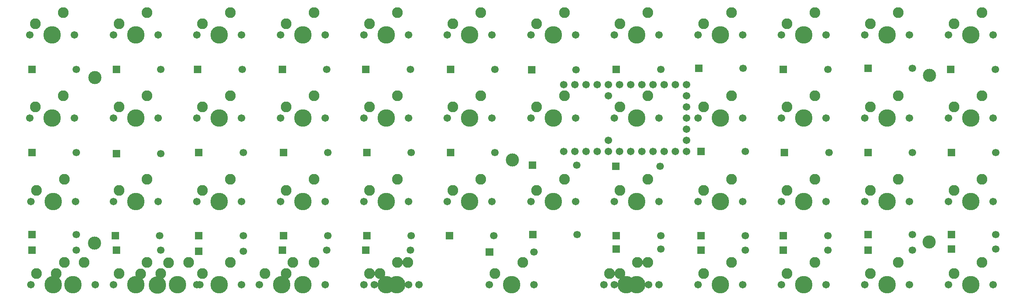
<source format=gbr>
G04 DipTrace 2.4.0.2*
%INTopMask.gbr*%
%MOIN*%
%ADD20C,0.157*%
%ADD21C,0.067*%
%ADD22C,0.1181*%
%ADD27C,0.0669*%
%ADD30C,0.0969*%
%FSLAX44Y44*%
G04*
G70*
G90*
G75*
G01*
%LNTopMask*%
%LPD*%
D30*
X7693Y31134D3*
X5193Y30134D3*
D20*
X6693Y29134D3*
D21*
X4693D3*
X8693D3*
D30*
X15173Y31134D3*
X12673Y30134D3*
D20*
X14173Y29134D3*
D21*
X12173D3*
X16173D3*
D30*
X22654Y31134D3*
X20154Y30134D3*
D20*
X21654Y29134D3*
D21*
X19654D3*
X23654D3*
D30*
X30134Y31134D3*
X27634Y30134D3*
D20*
X29134Y29134D3*
D21*
X27134D3*
X31134D3*
D30*
X37614Y31134D3*
X35114Y30134D3*
D20*
X36614Y29134D3*
D21*
X34614D3*
X38614D3*
D30*
X45094Y31134D3*
X42594Y30134D3*
D20*
X44094Y29134D3*
D21*
X42094D3*
X46094D3*
D30*
X52575Y31134D3*
X50075Y30134D3*
D20*
X51575Y29134D3*
D21*
X49575D3*
X53575D3*
D30*
X60055Y31134D3*
X57555Y30134D3*
D20*
X59055Y29134D3*
D21*
X57055D3*
X61055D3*
D30*
X67535Y31134D3*
X65035Y30134D3*
D20*
X66535Y29134D3*
D21*
X64535D3*
X68535D3*
D30*
X75016Y31134D3*
X72516Y30134D3*
D20*
X74016Y29134D3*
D21*
X72016D3*
X76016D3*
D30*
X82496Y31134D3*
X79996Y30134D3*
D20*
X81496Y29134D3*
D21*
X79496D3*
X83496D3*
D30*
X89976Y31134D3*
X87476Y30134D3*
D20*
X88976Y29134D3*
D21*
X86976D3*
X90976D3*
D30*
X7693Y23654D3*
X5193Y22654D3*
D20*
X6693Y21654D3*
D21*
X4693D3*
X8693D3*
D30*
X15173Y23654D3*
X12673Y22654D3*
D20*
X14173Y21654D3*
D21*
X12173D3*
X16173D3*
D30*
X22654Y23654D3*
X20154Y22654D3*
D20*
X21654Y21654D3*
D21*
X19654D3*
X23654D3*
D30*
X30134Y23654D3*
X27634Y22654D3*
D20*
X29134Y21654D3*
D21*
X27134D3*
X31134D3*
D30*
X37614Y23654D3*
X35114Y22654D3*
D20*
X36614Y21654D3*
D21*
X34614D3*
X38614D3*
D30*
X45094Y23654D3*
X42594Y22654D3*
D20*
X44094Y21654D3*
D21*
X42094D3*
X46094D3*
D30*
X52575Y23654D3*
X50075Y22654D3*
D20*
X51575Y21654D3*
D21*
X49575D3*
X53575D3*
D30*
X60055Y23654D3*
X57555Y22654D3*
D20*
X59055Y21654D3*
D21*
X57055D3*
X61055D3*
D30*
X67535Y23654D3*
X65035Y22654D3*
D20*
X66535Y21654D3*
D21*
X64535D3*
X68535D3*
D30*
X75016Y23654D3*
X72516Y22654D3*
D20*
X74016Y21654D3*
D21*
X72016D3*
X76016D3*
D30*
X82496Y23654D3*
X79996Y22654D3*
D20*
X81496Y21654D3*
D21*
X79496D3*
X83496D3*
D30*
X89976Y23654D3*
X87476Y22654D3*
D20*
X88976Y21654D3*
D21*
X86976D3*
X90976D3*
D30*
X7776Y16173D3*
X5276Y15173D3*
D20*
X6776Y14173D3*
D21*
X4776D3*
X8776D3*
D30*
X15173Y16173D3*
X12673Y15173D3*
D20*
X14173Y14173D3*
D21*
X12173D3*
X16173D3*
D30*
X22654Y16173D3*
X20154Y15173D3*
D20*
X21654Y14173D3*
D21*
X19654D3*
X23654D3*
D30*
X30134Y16173D3*
X27634Y15173D3*
D20*
X29134Y14173D3*
D21*
X27134D3*
X31134D3*
D30*
X37614Y16173D3*
X35114Y15173D3*
D20*
X36614Y14173D3*
D21*
X34614D3*
X38614D3*
D30*
X45094Y16173D3*
X42594Y15173D3*
D20*
X44094Y14173D3*
D21*
X42094D3*
X46094D3*
D30*
X52575Y16173D3*
X50075Y15173D3*
D20*
X51575Y14173D3*
D21*
X49575D3*
X53575D3*
D30*
X60055Y16173D3*
X57555Y15173D3*
D20*
X59055Y14173D3*
D21*
X57055D3*
X61055D3*
D30*
X67535Y16173D3*
X65035Y15173D3*
D20*
X66535Y14173D3*
D21*
X64535D3*
X68535D3*
D30*
X75016Y16173D3*
X72516Y15173D3*
D20*
X74016Y14173D3*
D21*
X72016D3*
X76016D3*
D30*
X82496Y16173D3*
X79996Y15173D3*
D20*
X81496Y14173D3*
D21*
X79496D3*
X83496D3*
D30*
X89976Y16173D3*
X87476Y15173D3*
D20*
X88976Y14173D3*
D21*
X86976D3*
X90976D3*
D30*
X7776Y8693D3*
X5276Y7693D3*
D20*
X6776Y6693D3*
D21*
X4776D3*
X8776D3*
D30*
X15173Y8693D3*
X12673Y7693D3*
D20*
X14173Y6693D3*
D21*
X12173D3*
X16173D3*
D30*
X22654Y8693D3*
X20154Y7693D3*
D20*
X21654Y6693D3*
D21*
X19654D3*
X23654D3*
D30*
X30134Y8693D3*
X27634Y7693D3*
D20*
X29134Y6693D3*
D21*
X27134D3*
X31134D3*
D30*
X37614Y8693D3*
X35114Y7693D3*
D20*
X36614Y6693D3*
D21*
X34614D3*
X38614D3*
X52510Y18652D3*
X53510D3*
X54510D3*
X55510D3*
X56510D3*
X57510D3*
X58510D3*
X59510D3*
X60510D3*
X61510D3*
X62510D3*
X63510D3*
Y19652D3*
Y20652D3*
Y21652D3*
Y22652D3*
Y23652D3*
Y24652D3*
X62510D3*
X61510D3*
X60510D3*
X59510D3*
X58510D3*
X57510D3*
X56510D3*
X55510D3*
X54510D3*
X53510D3*
X52510D3*
X56510Y19652D3*
Y23652D3*
D30*
X48835Y8693D3*
X46335Y7693D3*
D20*
X47835Y6693D3*
D21*
X45835D3*
X49835D3*
D30*
X60055Y8693D3*
X57555Y7693D3*
D20*
X59055Y6693D3*
D21*
X57055D3*
X61055D3*
D30*
X67535Y8693D3*
X65035Y7693D3*
D20*
X66535Y6693D3*
D21*
X64535D3*
X68535D3*
D30*
X75016Y8693D3*
X72516Y7693D3*
D20*
X74016Y6693D3*
D21*
X72016D3*
X76016D3*
D30*
X82496Y8693D3*
X79996Y7693D3*
D20*
X81496Y6693D3*
D21*
X79496D3*
X83496D3*
D30*
X89976Y8693D3*
X87476Y7693D3*
D20*
X88976Y6693D3*
D21*
X86976D3*
X90976D3*
G36*
X86859Y26381D2*
X87528D1*
Y25712D1*
X86859D1*
Y26381D1*
G37*
D27*
X91170Y26047D3*
G36*
X80107Y25810D2*
X79437D1*
Y26480D1*
X80107D1*
Y25810D1*
G37*
D27*
X83748Y26145D3*
G36*
X72528Y25712D2*
X71859D1*
Y26381D1*
X72528D1*
Y25712D1*
G37*
D27*
X76170Y26047D3*
G36*
X64949Y25810D2*
X64280D1*
Y26480D1*
X64949D1*
Y25810D1*
G37*
D27*
X68591Y26145D3*
G36*
X57567Y25712D2*
X56898D1*
Y26381D1*
X57567D1*
Y25712D1*
G37*
D27*
X61209Y26047D3*
G36*
X49990Y25650D2*
X49321D1*
Y26319D1*
X49990D1*
Y25650D1*
G37*
D27*
X53632Y25984D3*
G36*
X42705Y25712D2*
X42036D1*
Y26381D1*
X42705D1*
Y25712D1*
G37*
D27*
X46347Y26047D3*
G36*
X35126Y25712D2*
X34457D1*
Y26381D1*
X35126D1*
Y25712D1*
G37*
D27*
X38768Y26047D3*
G36*
X27646Y25712D2*
X26977D1*
Y26381D1*
X27646D1*
Y25712D1*
G37*
D27*
X31288Y26047D3*
G36*
X20067Y25712D2*
X19398D1*
Y26381D1*
X20067D1*
Y25712D1*
G37*
D27*
X23709Y26047D3*
G36*
X12784Y25712D2*
X12114D1*
Y26381D1*
X12784D1*
Y25712D1*
G37*
D27*
X16425Y26047D3*
G36*
X5205Y25712D2*
X4536D1*
Y26381D1*
X5205D1*
Y25712D1*
G37*
D27*
X8847Y26047D3*
G36*
X5205Y18232D2*
X4536D1*
Y18901D1*
X5205D1*
Y18232D1*
G37*
D27*
X8847Y18566D3*
G36*
X12784Y18133D2*
X12114D1*
Y18802D1*
X12784D1*
Y18133D1*
G37*
D27*
X16425Y18468D3*
G36*
X20166Y18232D2*
X19496D1*
Y18901D1*
X20166D1*
Y18232D1*
G37*
D27*
X23807Y18566D3*
G36*
X27744Y18232D2*
X27075D1*
Y18901D1*
X27744D1*
Y18232D1*
G37*
D27*
X31386Y18566D3*
G36*
X35225Y18232D2*
X34555D1*
Y18901D1*
X35225D1*
Y18232D1*
G37*
D27*
X38866Y18566D3*
G36*
X42705Y18232D2*
X42036D1*
Y18901D1*
X42705D1*
Y18232D1*
G37*
D27*
X46347Y18566D3*
G36*
X50087Y10850D2*
X49418D1*
Y11519D1*
X50087D1*
Y10850D1*
G37*
D27*
X53729Y11184D3*
G36*
X57520Y16988D2*
X56850D1*
Y17657D1*
X57520D1*
Y16988D1*
G37*
D27*
X61161Y17323D3*
G36*
X65146Y18330D2*
X64477D1*
Y18999D1*
X65146D1*
Y18330D1*
G37*
D27*
X68788Y18665D3*
G36*
X72626Y18232D2*
X71957D1*
Y18901D1*
X72626D1*
Y18232D1*
G37*
D27*
X76268Y18566D3*
G36*
X80107Y18232D2*
X79437D1*
Y18901D1*
X80107D1*
Y18232D1*
G37*
D27*
X83748Y18566D3*
G36*
X87587Y18232D2*
X86918D1*
Y18901D1*
X87587D1*
Y18232D1*
G37*
D27*
X91229Y18566D3*
G36*
X87587Y10850D2*
X86918D1*
Y11519D1*
X87587D1*
Y10850D1*
G37*
D27*
X91229Y11184D3*
G36*
X80107Y10850D2*
X79437D1*
Y11519D1*
X80107D1*
Y10850D1*
G37*
D27*
X83748Y11184D3*
G36*
X72528Y10751D2*
X71859D1*
Y11421D1*
X72528D1*
Y10751D1*
G37*
D27*
X76170Y11086D3*
G36*
X65146Y10751D2*
X64477D1*
Y11421D1*
X65146D1*
Y10751D1*
G37*
D27*
X68788Y11086D3*
G36*
X57567Y10751D2*
X56898D1*
Y11421D1*
X57567D1*
Y10751D1*
G37*
D27*
X61209Y11086D3*
G36*
X50039Y17087D2*
X49370D1*
Y17756D1*
X50039D1*
Y17087D1*
G37*
D27*
X53681Y17421D3*
G36*
X42607Y10751D2*
X41937D1*
Y11421D1*
X42607D1*
Y10751D1*
G37*
D27*
X46248Y11086D3*
G36*
X35225Y10751D2*
X34555D1*
Y11421D1*
X35225D1*
Y10751D1*
G37*
D27*
X38866Y11086D3*
G36*
X27744Y10751D2*
X27075D1*
Y11421D1*
X27744D1*
Y10751D1*
G37*
D27*
X31386Y11086D3*
G36*
X20166Y10751D2*
X19496D1*
Y11421D1*
X20166D1*
Y10751D1*
G37*
D27*
X23807Y11086D3*
G36*
X12685Y10751D2*
X12016D1*
Y11421D1*
X12685D1*
Y10751D1*
G37*
D27*
X16327Y11086D3*
G36*
X5205Y10850D2*
X4536D1*
Y11519D1*
X5205D1*
Y10850D1*
G37*
D27*
X8847Y11184D3*
G36*
X87587Y9570D2*
X86918D1*
Y10239D1*
X87587D1*
Y9570D1*
G37*
D27*
X91229Y9905D3*
G36*
X80107Y9472D2*
X79437D1*
Y10141D1*
X80107D1*
Y9472D1*
G37*
D27*
X83748Y9806D3*
G36*
X72528Y9472D2*
X71859D1*
Y10141D1*
X72528D1*
Y9472D1*
G37*
D27*
X76170Y9806D3*
G36*
X65146Y9472D2*
X64477D1*
Y10141D1*
X65146D1*
Y9472D1*
G37*
D27*
X68788Y9806D3*
G36*
X57567Y9570D2*
X56898D1*
Y10239D1*
X57567D1*
Y9570D1*
G37*
D27*
X61209Y9905D3*
G36*
X46201Y9311D2*
X45531D1*
Y9980D1*
X46201D1*
Y9311D1*
G37*
D27*
X49843Y9646D3*
G36*
X35126Y9472D2*
X34457D1*
Y10141D1*
X35126D1*
Y9472D1*
G37*
D27*
X38768Y9806D3*
G36*
X27646Y9472D2*
X26977D1*
Y10141D1*
X27646D1*
Y9472D1*
G37*
D27*
X31288Y9806D3*
G36*
X20166Y9373D2*
X19496D1*
Y10043D1*
X20166D1*
Y9373D1*
G37*
D27*
X23807Y9708D3*
G36*
X12784Y9472D2*
X12114D1*
Y10141D1*
X12784D1*
Y9472D1*
G37*
D27*
X16425Y9806D3*
G36*
X5205Y9472D2*
X4536D1*
Y10141D1*
X5205D1*
Y9472D1*
G37*
D27*
X8847Y9806D3*
D30*
X38549Y8693D3*
X36049Y7693D3*
D20*
X37549Y6693D3*
D21*
X35549D3*
X39549D3*
D30*
X59120Y8693D3*
X56620Y7693D3*
D20*
X58120Y6693D3*
D21*
X56120D3*
X60120D3*
D30*
X28264Y8693D3*
X25764Y7693D3*
D20*
X27264Y6693D3*
D21*
X25264D3*
X29264D3*
D30*
X18913Y8693D3*
X16413Y7693D3*
D20*
X17913Y6693D3*
D21*
X15913D3*
X19913D3*
D30*
X9563Y8693D3*
X7063Y7693D3*
D20*
X8563Y6693D3*
D21*
X6563D3*
X10563D3*
D30*
X17126Y8661D3*
X14626Y7661D3*
D20*
X16126Y6661D3*
D21*
X14126D3*
X18126D3*
D22*
X10531Y25295D3*
X10482Y10433D3*
X85285Y25492D3*
X85236Y10531D3*
X47933Y17913D3*
M02*

</source>
